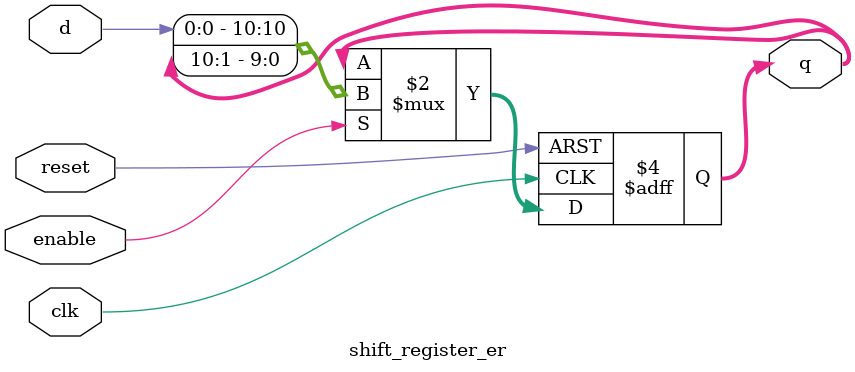
<source format=sv>
module shift_register_er
#(
	parameter WORD_LENGTH = 11
)
(
    input clk,
    input reset,
    input enable,
    input d,
    output [WORD_LENGTH-1:0] q
);


always_ff @(posedge reset, posedge clk)
	begin
		if (reset)
			q <= 0;
		else
			if (enable)
				q <= {d,q[WORD_LENGTH-1:1]};
	end
	

endmodule

</source>
